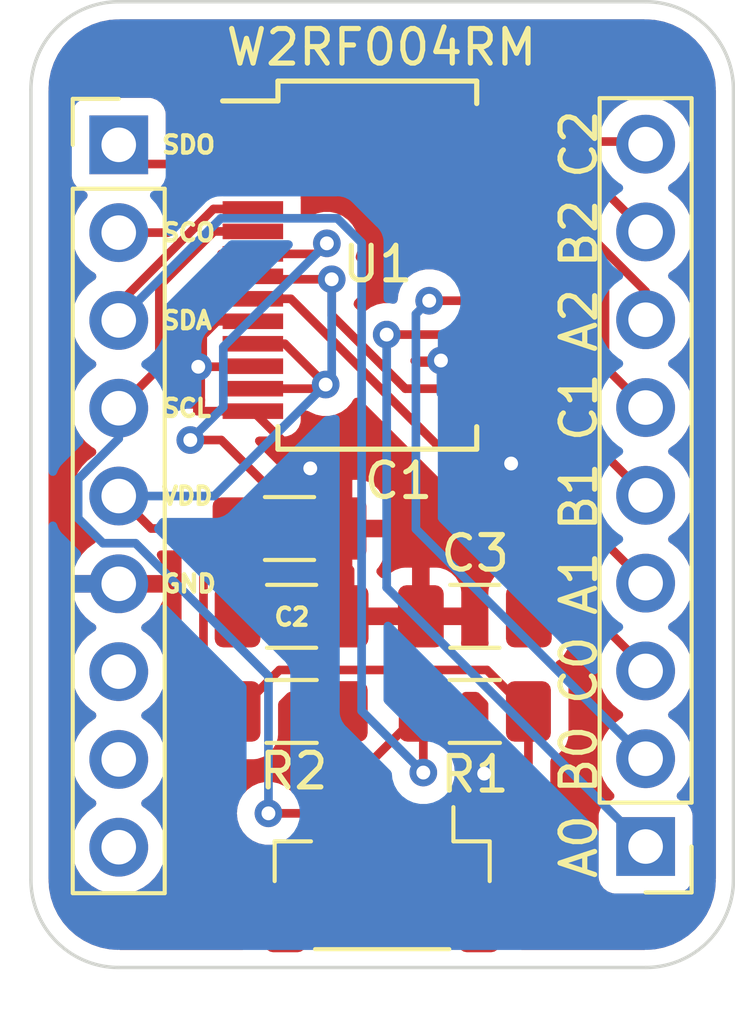
<source format=kicad_pcb>
(kicad_pcb (version 20211014) (generator pcbnew)
  (title_block (title "W2RF004RM Breakout") (date "2022-02-05") (rev "v1") (comment 1 "CC BY 4.0") (comment 2 "https://creativecommons.org/licenses/by/4.0/"))
  (layers (0 "F.Cu" signal) (31 "B.Cu" signal) (34 "B.Paste" user) (35 "F.Paste" user) (36 "B.SilkS" user "B.Silkscreen") (37 "F.SilkS" user "F.Silkscreen") (38 "B.Mask" user) (39 "F.Mask" user) (44 "Edge.Cuts" user))
  (net 0 "")
  (net 1 "+5V")
  (net 2 "GND")
  (net 3 "/~{RST}")
  (net 4 "/CAP")
  (net 5 "/SDA-I")
  (net 6 "/SCL-I")
  (net 7 "/OUTA0")
  (net 8 "/OUTB0")
  (net 9 "/OUTC0")
  (net 10 "/OUTA1")
  (net 11 "/OUTB1")
  (net 12 "/OUTC1")
  (net 13 "/OUTA2")
  (net 14 "/OUTB2")
  (net 15 "/OUTC2")
  (net 16 "/SDA-O")
  (net 17 "/SCL-O")
  (footprint "Capacitor_SMD:C_1206_3216Metric_Pad1.33x1.80mm_HandSolder" (layer "F.Cu") (at 144.7 99.06)
    (fp_text reference "C2" (at 0.01 0.02) (layer "F.SilkS") (effects (font (size 0.5 0.5) (thickness 0.125))))
    (fp_text value "0.1uf")
    (fp_line (start -0.711252 -0.91) (end 0.711252 -0.91) (layer "F.SilkS") (width 0.12))
    (fp_line (start -0.711252 0.91) (end 0.711252 0.91) (layer "F.SilkS") (width 0.12))
    (pad "1" smd roundrect locked (at -1.5625 0) (size 1.325 1.8) (layers "F.Cu" "F.Paste" "F.Mask") (roundrect_rratio 0.1886792453) (net 3 "/~{RST}"))
    (pad "2" smd roundrect locked (at 1.5625 0) (size 1.325 1.8) (layers "F.Cu" "F.Paste" "F.Mask") (roundrect_rratio 0.1886792453) (net 2 "GND"))
  )
  (footprint "Connector_PinHeader_2.54mm:PinHeader_1x09_P2.54mm_Vertical" (layer "F.Cu") (at 139.7 85.42)
    (fp_text reference "J3")
    (fp_text value "Interface")
    (fp_line (start -1.33 1.27) (end -1.33 21.65) (layer "F.SilkS") (width 0.12))
    (fp_line (start -1.33 21.65) (end 1.33 21.65) (layer "F.SilkS") (width 0.12))
    (fp_line (start -1.33 1.27) (end 1.33 1.27) (layer "F.SilkS") (width 0.12))
    (fp_line (start 1.33 1.27) (end 1.33 21.65) (layer "F.SilkS") (width 0.12))
    (fp_line (start -1.33 -1.33) (end 0 -1.33) (layer "F.SilkS") (width 0.12))
    (fp_line (start -1.33 0) (end -1.33 -1.33) (layer "F.SilkS") (width 0.12))
    (pad "1" thru_hole rect locked (at 0 0) (size 1.7 1.7) (drill 1) (layers *.Cu *.Mask) (net 16 "/SDA-O"))
    (pad "2" thru_hole oval locked (at 0 2.54) (size 1.7 1.7) (drill 1) (layers *.Cu *.Mask) (net 17 "/SCL-O"))
    (pad "3" thru_hole oval locked (at 0 5.08) (size 1.7 1.7) (drill 1) (layers *.Cu *.Mask) (net 5 "/SDA-I"))
    (pad "4" thru_hole oval locked (at 0 7.62) (size 1.7 1.7) (drill 1) (layers *.Cu *.Mask) (net 6 "/SCL-I"))
    (pad "5" thru_hole oval locked (at 0 10.16) (size 1.7 1.7) (drill 1) (layers *.Cu *.Mask) (net 1 "+5V"))
    (pad "6" thru_hole oval locked (at 0 12.7) (size 1.7 1.7) (drill 1) (layers *.Cu *.Mask) (net 2 "GND"))
    (pad "7" thru_hole oval locked (at 0 15.24) (size 1.7 1.7) (drill 1) (layers *.Cu *.Mask))
    (pad "8" thru_hole oval locked (at 0 17.78) (size 1.7 1.7) (drill 1) (layers *.Cu *.Mask))
    (pad "9" thru_hole oval locked (at 0 20.32) (size 1.7 1.7) (drill 1) (layers *.Cu *.Mask))
  )
  (footprint "Capacitor_SMD:C_1206_3216Metric_Pad1.33x1.80mm_HandSolder" (layer "F.Cu") (at 150 99.06 180)
    (fp_text reference "C3" (at -0.01 1.82) (layer "F.SilkS"))
    (fp_text value "0.1uf")
    (fp_line (start -0.711252 -0.91) (end 0.711252 -0.91) (layer "F.SilkS") (width 0.12))
    (fp_line (start -0.711252 0.91) (end 0.711252 0.91) (layer "F.SilkS") (width 0.12))
    (pad "1" smd roundrect locked (at -1.5625 0 180) (size 1.325 1.8) (layers "F.Cu" "F.Paste" "F.Mask") (roundrect_rratio 0.1886792453) (net 4 "/CAP"))
    (pad "2" smd roundrect locked (at 1.5625 0 180) (size 1.325 1.8) (layers "F.Cu" "F.Paste" "F.Mask") (roundrect_rratio 0.1886792453) (net 2 "GND"))
  )
  (footprint "Connector_JST:JST_SH_BM04B-SRSS-TB_1x04-1MP_P1.00mm_Vertical" (layer "F.Cu") (at 147.32 106.68 180)
    (fp_text reference "J1")
    (fp_text value "I2c")
    (fp_line (start 3.11 1.11) (end 2.06 1.11) (layer "F.SilkS") (width 0.12))
    (fp_line (start 3.11 -0.04) (end 3.11 1.11) (layer "F.SilkS") (width 0.12))
    (fp_line (start -2.06 1.11) (end -2.06 2.1) (layer "F.SilkS") (width 0.12))
    (fp_line (start -3.11 1.11) (end -2.06 1.11) (layer "F.SilkS") (width 0.12))
    (fp_line (start -3.11 -0.04) (end -3.11 1.11) (layer "F.SilkS") (width 0.12))
    (fp_line (start -1.94 -2.01) (end 1.94 -2.01) (layer "F.SilkS") (width 0.12))
    (pad "1" smd roundrect locked (at -1.5 1.325 180) (size 0.6 1.55) (layers "F.Cu" "F.Paste" "F.Mask") (net 2 "GND"))
    (pad "2" smd roundrect locked (at -0.5 1.325 180) (size 0.6 1.55) (layers "F.Cu" "F.Paste" "F.Mask") (net 1 "+5V"))
    (pad "3" smd roundrect locked (at 0.5 1.325 180) (size 0.6 1.55) (layers "F.Cu" "F.Paste" "F.Mask") (net 5 "/SDA-I"))
    (pad "4" smd roundrect locked (at 1.5 1.325 180) (size 0.6 1.55) (layers "F.Cu" "F.Paste" "F.Mask") (net 6 "/SCL-I"))
    (pad "MP" smd roundrect locked (at 2.8 -1.2 180) (size 1.2 1.8) (layers "F.Cu" "F.Paste" "F.Mask") (roundrect_rratio 0.2083333333))
    (pad "MP" smd roundrect locked (at -2.8 -1.2 180) (size 1.2 1.8) (layers "F.Cu" "F.Paste" "F.Mask") (roundrect_rratio 0.2083333333))
  )
  (footprint "Connector_PinHeader_2.54mm:PinHeader_1x09_P2.54mm_Vertical" (layer "F.Cu") (at 154.94 105.72 180)
    (fp_text reference "J2")
    (fp_text value "LEDs")
    (fp_line (start -1.33 0) (end -1.33 -1.33) (layer "F.SilkS") (width 0.12))
    (fp_line (start -1.33 1.27) (end -1.33 21.65) (layer "F.SilkS") (width 0.12))
    (fp_line (start -1.33 -1.33) (end 0 -1.33) (layer "F.SilkS") (width 0.12))
    (fp_line (start -1.33 21.65) (end 1.33 21.65) (layer "F.SilkS") (width 0.12))
    (fp_line (start 1.33 1.27) (end 1.33 21.65) (layer "F.SilkS") (width 0.12))
    (fp_line (start -1.33 1.27) (end 1.33 1.27) (layer "F.SilkS") (width 0.12))
    (pad "1" thru_hole rect locked (at 0 0 180) (size 1.7 1.7) (drill 1) (layers *.Cu *.Mask) (net 7 "/OUTA0"))
    (pad "2" thru_hole oval locked (at 0 2.54 180) (size 1.7 1.7) (drill 1) (layers *.Cu *.Mask) (net 8 "/OUTB0"))
    (pad "3" thru_hole oval locked (at 0 5.08 180) (size 1.7 1.7) (drill 1) (layers *.Cu *.Mask) (net 9 "/OUTC0"))
    (pad "4" thru_hole oval locked (at 0 7.62 180) (size 1.7 1.7) (drill 1) (layers *.Cu *.Mask) (net 10 "/OUTA1"))
    (pad "5" thru_hole oval locked (at 0 10.16 180) (size 1.7 1.7) (drill 1) (layers *.Cu *.Mask) (net 11 "/OUTB1"))
    (pad "6" thru_hole oval locked (at 0 12.7 180) (size 1.7 1.7) (drill 1) (layers *.Cu *.Mask) (net 12 "/OUTC1"))
    (pad "7" thru_hole oval locked (at 0 15.24 180) (size 1.7 1.7) (drill 1) (layers *.Cu *.Mask) (net 13 "/OUTA2"))
    (pad "8" thru_hole oval locked (at 0 17.78 180) (size 1.7 1.7) (drill 1) (layers *.Cu *.Mask) (net 14 "/OUTB2"))
    (pad "9" thru_hole oval locked (at 0 20.32 180) (size 1.7 1.7) (drill 1) (layers *.Cu *.Mask) (net 15 "/OUTC2"))
  )
  (footprint "Capacitor_SMD:C_1206_3216Metric_Pad1.33x1.80mm_HandSolder" (layer "F.Cu") (at 144.64 96.52)
    (fp_text reference "C1" (at 3.15 -1.38) (layer "F.SilkS"))
    (fp_text value "0.1uf")
    (fp_line (start -0.711252 -0.91) (end 0.711252 -0.91) (layer "F.SilkS") (width 0.12))
    (fp_line (start -0.711252 0.91) (end 0.711252 0.91) (layer "F.SilkS") (width 0.12))
    (pad "1" smd roundrect locked (at -1.5625 0) (size 1.325 1.8) (layers "F.Cu" "F.Paste" "F.Mask") (roundrect_rratio 0.1886792453) (net 1 "+5V"))
    (pad "2" smd roundrect locked (at 1.5625 0) (size 1.325 1.8) (layers "F.Cu" "F.Paste" "F.Mask") (roundrect_rratio 0.1886792453) (net 2 "GND"))
  )
  (footprint "Package_SO:SSOP-28_5.3x10.2mm_P0.65mm" (layer "F.Cu") (at 147.18 88.9)
    (fp_text reference "U1" (at 0.01 -0.03) (layer "F.SilkS"))
    (fp_text value "W2RF004RM" (at 0.12 -6.3) (layer "F.SilkS"))
    (fp_line (start -2.875 5.325) (end -2.875 4.675) (layer "F.SilkS") (width 0.15))
    (fp_line (start -2.875 -4.75) (end -4.475 -4.75) (layer "F.SilkS") (width 0.15))
    (fp_line (start -2.875 -5.325) (end -2.875 -4.75) (layer "F.SilkS") (width 0.15))
    (fp_line (start -2.875 5.325) (end 2.875 5.325) (layer "F.SilkS") (width 0.15))
    (fp_line (start 2.875 5.325) (end 2.875 4.675) (layer "F.SilkS") (width 0.15))
    (fp_line (start 2.875 -5.325) (end 2.875 -4.675) (layer "F.SilkS") (width 0.15))
    (fp_line (start -2.875 -5.325) (end 2.875 -5.325) (layer "F.SilkS") (width 0.15))
    (pad "1" smd rect locked (at -3.6 -4.225) (size 1.75 0.45) (layers "F.Cu" "F.Paste" "F.Mask"))
    (pad "2" smd rect locked (at -3.6 -3.575) (size 1.75 0.45) (layers "F.Cu" "F.Paste" "F.Mask"))
    (pad "3" smd rect locked (at -3.6 -2.925) (size 1.75 0.45) (layers "F.Cu" "F.Paste" "F.Mask") (net 16 "/SDA-O"))
    (pad "4" smd rect locked (at -3.6 -2.275) (size 1.75 0.45) (layers "F.Cu" "F.Paste" "F.Mask") (net 17 "/SCL-O"))
    (pad "5" smd rect locked (at -3.6 -1.625) (size 1.75 0.45) (layers "F.Cu" "F.Paste" "F.Mask") (net 5 "/SDA-I"))
    (pad "6" smd rect locked (at -3.6 -0.975) (size 1.75 0.45) (layers "F.Cu" "F.Paste" "F.Mask") (net 6 "/SCL-I"))
    (pad "7" smd rect locked (at -3.6 -0.325) (size 1.75 0.45) (layers "F.Cu" "F.Paste" "F.Mask") (net 3 "/~{RST}"))
    (pad "8" smd rect locked (at -3.6 0.325) (size 1.75 0.45) (layers "F.Cu" "F.Paste" "F.Mask") (net 1 "+5V"))
    (pad "9" smd rect locked (at -3.6 0.975) (size 1.75 0.45) (layers "F.Cu" "F.Paste" "F.Mask") (net 4 "/CAP"))
    (pad "10" smd rect locked (at -3.6 1.625) (size 1.75 0.45) (layers "F.Cu" "F.Paste" "F.Mask") (net 2 "GND"))
    (pad "11" smd rect locked (at -3.6 2.275) (size 1.75 0.45) (layers "F.Cu" "F.Paste" "F.Mask") (net 1 "+5V"))
    (pad "12" smd rect locked (at -3.6 2.925) (size 1.75 0.45) (layers "F.Cu" "F.Paste" "F.Mask") (net 2 "GND"))
    (pad "13" smd rect locked (at -3.6 3.575) (size 1.75 0.45) (layers "F.Cu" "F.Paste" "F.Mask") (net 1 "+5V"))
    (pad "14" smd rect locked (at -3.6 4.225) (size 1.75 0.45) (layers "F.Cu" "F.Paste" "F.Mask") (net 2 "GND"))
    (pad "15" smd rect locked (at 3.6 4.225) (size 1.75 0.45) (layers "F.Cu" "F.Paste" "F.Mask") (net 1 "+5V"))
    (pad "16" smd rect locked (at 3.6 3.575) (size 1.75 0.45) (layers "F.Cu" "F.Paste" "F.Mask") (net 1 "+5V"))
    (pad "17" smd rect locked (at 3.6 2.925) (size 1.75 0.45) (layers "F.Cu" "F.Paste" "F.Mask") (net 1 "+5V"))
    (pad "18" smd rect locked (at 3.6 2.275) (size 1.75 0.45) (layers "F.Cu" "F.Paste" "F.Mask") (net 2 "GND"))
    (pad "19" smd rect locked (at 3.6 1.625) (size 1.75 0.45) (layers "F.Cu" "F.Paste" "F.Mask") (net 7 "/OUTA0"))
    (pad "20" smd rect locked (at 3.6 0.975) (size 1.75 0.45) (layers "F.Cu" "F.Paste" "F.Mask") (net 8 "/OUTB0"))
    (pad "21" smd rect locked (at 3.6 0.325) (size 1.75 0.45) (layers "F.Cu" "F.Paste" "F.Mask") (net 9 "/OUTC0"))
    (pad "22" smd rect locked (at 3.6 -0.325) (size 1.75 0.45) (layers "F.Cu" "F.Paste" "F.Mask") (net 10 "/OUTA1"))
    (pad "23" smd rect locked (at 3.6 -0.975) (size 1.75 0.45) (layers "F.Cu" "F.Paste" "F.Mask") (net 11 "/OUTB1"))
    (pad "24" smd rect locked (at 3.6 -1.625) (size 1.75 0.45) (layers "F.Cu" "F.Paste" "F.Mask") (net 12 "/OUTC1"))
    (pad "25" smd rect locked (at 3.6 -2.275) (size 1.75 0.45) (layers "F.Cu" "F.Paste" "F.Mask") (net 13 "/OUTA2"))
    (pad "26" smd rect locked (at 3.6 -2.925) (size 1.75 0.45) (layers "F.Cu" "F.Paste" "F.Mask") (net 14 "/OUTB2"))
    (pad "27" smd rect locked (at 3.6 -3.575) (size 1.75 0.45) (layers "F.Cu" "F.Paste" "F.Mask") (net 15 "/OUTC2"))
    (pad "28" smd rect locked (at 3.6 -4.225) (size 1.75 0.45) (layers "F.Cu" "F.Paste" "F.Mask") (net 2 "GND"))
  )
  (footprint "Resistor_SMD:R_1206_3216Metric_Pad1.30x1.75mm_HandSolder" (layer "F.Cu") (at 144.7 101.812)
    (fp_text reference "R2" (at 0.06 1.728) (layer "F.SilkS"))
    (fp_text value "4.7k")
    (fp_line (start -0.727064 0.91) (end 0.727064 0.91) (layer "F.SilkS") (width 0.12))
    (fp_line (start -0.727064 -0.91) (end 0.727064 -0.91) (layer "F.SilkS") (width 0.12))
    (pad "1" smd roundrect locked (at -1.55 0) (size 1.3 1.75) (layers "F.Cu" "F.Paste" "F.Mask") (roundrect_rratio 0.1923076923) (net 1 "+5V"))
    (pad "2" smd roundrect locked (at 1.55 0) (size 1.3 1.75) (layers "F.Cu" "F.Paste" "F.Mask") (roundrect_rratio 0.1923076923) (net 6 "/SCL-I"))
  )
  (footprint "Resistor_SMD:R_1206_3216Metric_Pad1.30x1.75mm_HandSolder" (layer "F.Cu") (at 150 101.812 180)
    (fp_text reference "R1" (at 0 -1.82) (layer "F.SilkS"))
    (fp_text value "4.7k")
    (fp_line (start -0.727064 -0.91) (end 0.727064 -0.91) (layer "F.SilkS") (width 0.12))
    (fp_line (start -0.727064 0.91) (end 0.727064 0.91) (layer "F.SilkS") (width 0.12))
    (pad "1" smd roundrect locked (at -1.55 0 180) (size 1.3 1.75) (layers "F.Cu" "F.Paste" "F.Mask") (roundrect_rratio 0.1923076923) (net 1 "+5V"))
    (pad "2" smd roundrect locked (at 1.55 0 180) (size 1.3 1.75) (layers "F.Cu" "F.Paste" "F.Mask") (roundrect_rratio 0.1923076923) (net 5 "/SDA-I"))
  )
  (gr_line (start 154.94 81.28) (end 139.7 81.28) (layer "Edge.Cuts") (width 0.1))
  (gr_line (start 139.7 109.22) (end 154.94 109.22) (layer "Edge.Cuts") (width 0.1))
  (gr_line (start 137.16 83.82) (end 137.16 106.68) (layer "Edge.Cuts") (width 0.1))
  (gr_arc (start 137.16 83.82) (mid 137.903949 82.023949) (end 139.7 81.28) (layer "Edge.Cuts") (width 0.1))
  (gr_arc (start 139.7 109.22) (mid 137.903949 108.476051) (end 137.16 106.68) (layer "Edge.Cuts") (width 0.1))
  (gr_line (start 157.48 106.68) (end 157.48 83.82) (layer "Edge.Cuts") (width 0.1))
  (gr_arc (start 157.48 106.68) (mid 156.736051 108.476051) (end 154.94 109.22) (layer "Edge.Cuts") (width 0.1))
  (gr_arc (start 154.94 81.28) (mid 156.736051 82.023949) (end 157.48 83.82) (layer "Edge.Cuts") (width 0.1))
  (gr_text "SDO" (at 141.719524 85.42) (layer "F.SilkS") (effects (font (size 0.5 0.5) (thickness 0.125))))
  (gr_text "B1" (at 153.01 95.595712 90) (layer "F.SilkS") (effects (font (size 1 1))))
  (gr_text "C1" (at 153.01 93.01107 90) (layer "F.SilkS") (effects (font (size 1 1))))
  (gr_text "B2" (at 153.01 87.984643 90) (layer "F.SilkS") (effects (font (size 1 1))))
  (gr_text "A2" (at 153.01 90.497856 90) (layer "F.SilkS") (effects (font (size 1 1))))
  (gr_text "SDA" (at 141.671905 90.5) (layer "F.SilkS") (effects (font (size 0.5 0.5) (thickness 0.125))))
  (gr_text "SCO" (at 141.719524 87.96) (layer "F.SilkS") (effects (font (size 0.5 0.5) (thickness 0.125))))
  (gr_text "GND" (at 141.731429 98.12) (layer "F.SilkS") (effects (font (size 0.5 0.5) (thickness 0.125))))
  (gr_text "A1" (at 153.01 98.108925 90) (layer "F.SilkS") (effects (font (size 1 1))))
  (gr_text "VDD" (at 141.683809 95.58) (layer "F.SilkS") (effects (font (size 0.5 0.5) (thickness 0.125))))
  (gr_text "C2" (at 153.01 85.400001 90) (layer "F.SilkS") (effects (font (size 1 1))))
  (gr_text "B0" (at 153.01 103.206781 90) (layer "F.SilkS") (effects (font (size 1 1))))
  (gr_text "C0" (at 153.01 100.622139 90) (layer "F.SilkS") (effects (font (size 1 1))))
  (gr_text "SCL" (at 141.66 93.04) (layer "F.SilkS") (effects (font (size 0.5 0.5) (thickness 0.125))))
  (gr_text "A0" (at 153.01 105.72 90) (layer "F.SilkS") (effects (font (size 1 1))))
  (segment (start 143.665 89.31) (end 143.58 89.225) (width 0.25) (layer "F.Cu") (net 1))
  (segment (start 151.55 101.812) (end 150.35048 100.61248) (width 0.25) (layer "F.Cu") (net 1))
  (segment (start 147.82 105.801072) (end 148.473448 106.45452) (width 0.25) (layer "F.Cu") (net 1))
  (segment (start 151.55 104.071072) (end 151.55 101.812) (width 0.25) (layer "F.Cu") (net 1))
  (segment (start 140.64 96.52) (end 139.7 95.58) (width 0.25) (layer "F.Cu") (net 1))
  (segment (start 150.78 91.825) (end 150.78 92.475) (width 0.25) (layer "F.Cu") (net 1))
  (segment (start 150.78 92.475) (end 150.78 93.125) (width 0.25) (layer "F.Cu") (net 1))
  (segment (start 147.82 105.355) (end 147.82 105.801072) (width 0.25) (layer "F.Cu") (net 1))
  (segment (start 148.473448 106.45452) (end 149.166552 106.45452) (width 0.25) (layer "F.Cu") (net 1))
  (segment (start 150.35048 100.61248) (end 144.34952 100.61248) (width 0.25) (layer "F.Cu") (net 1))
  (segment (start 145.86 89.31) (end 143.665 89.31) (width 0.25) (layer "F.Cu") (net 1))
  (segment (start 144.34952 100.61248) (end 143.15 101.812) (width 0.25) (layer "F.Cu") (net 1))
  (segment (start 145.565 92.475) (end 143.58 92.475) (width 0.25) (layer "F.Cu") (net 1))
  (segment (start 142.15048 96.56952) (end 142.2 96.52) (width 0.25) (layer "F.Cu") (net 1))
  (segment (start 143.0775 96.52) (end 142.2 96.52) (width 0.25) (layer "F.Cu") (net 1))
  (segment (start 144.505 91.175) (end 143.58 91.175) (width 0.25) (layer "F.Cu") (net 1))
  (segment (start 142.2 96.52) (end 140.64 96.52) (width 0.25) (layer "F.Cu") (net 1))
  (segment (start 142.15048 100.81248) (end 142.15048 96.56952) (width 0.25) (layer "F.Cu") (net 1))
  (segment (start 147.990386 92.475) (end 150.78 92.475) (width 0.25) (layer "F.Cu") (net 1))
  (segment (start 145.86 89.31) (end 145.86 90.344614) (width 0.25) (layer "F.Cu") (net 1))
  (segment (start 145.685 92.355) (end 145.565 92.475) (width 0.25) (layer "F.Cu") (net 1))
  (segment (start 145.685 92.355) (end 144.505 91.175) (width 0.25) (layer "F.Cu") (net 1))
  (segment (start 149.166552 106.45452) (end 151.55 104.071072) (width 0.25) (layer "F.Cu") (net 1))
  (segment (start 143.15 101.812) (end 142.15048 100.81248) (width 0.25) (layer "F.Cu") (net 1))
  (segment (start 145.86 90.344614) (end 147.990386 92.475) (width 0.25) (layer "F.Cu") (net 1))
  (via (at 145.685 92.355) (size 0.8) (drill 0.4) (layers "F.Cu" "B.Cu") (net 1))
  (via (at 145.86 89.31) (size 0.8) (drill 0.4) (layers "F.Cu" "B.Cu") (net 1))
  (segment (start 142.46 95.58) (end 145.57 92.47) (width 0.25) (layer "B.Cu") (net 1))
  (segment (start 145.57 92.47) (end 145.685 92.355) (width 0.25) (layer "B.Cu") (net 1))
  (segment (start 139.7 95.58) (end 142.46 95.58) (width 0.25) (layer "B.Cu") (net 1))
  (segment (start 145.86 92.18) (end 145.86 89.31) (width 0.25) (layer "B.Cu") (net 1))
  (segment (start 145.685 92.355) (end 145.86 92.18) (width 0.25) (layer "B.Cu") (net 1))
  (segment (start 149.825489 91.175) (end 150.78 91.175) (width 0.25) (layer "F.Cu") (net 2))
  (segment (start 142 91.84) (end 143.565 91.84) (width 0.25) (layer "F.Cu") (net 2))
  (segment (start 143.58 93.125) (end 141.975 93.125) (width 0.25) (layer "F.Cu") (net 2))
  (segment (start 145.235 94.78) (end 143.58 93.125) (width 0.25) (layer "F.Cu") (net 2))
  (segment (start 142.13 91.71) (end 142.13 90.94) (width 0.25) (layer "F.Cu") (net 2))
  (segment (start 145.24 94.78) (end 145.235 94.78) (width 0.25) (layer "F.Cu") (net 2))
  (segment (start 141.975 91.865) (end 142 91.84) (width 0.25) (layer "F.Cu") (net 2))
  (segment (start 142 91.84) (end 142.13 91.71) (width 0.25) (layer "F.Cu") (net 2))
  (segment (start 149.340489 91.66) (end 149.825489 91.175) (width 0.25) (layer "F.Cu") (net 2))
  (segment (start 142.13 90.94) (end 142.545 90.525) (width 0.25) (layer "F.Cu") (net 2))
  (segment (start 150.27 103.905) (end 148.82 105.355) (width 0.25) (layer "F.Cu") (net 2))
  (segment (start 149.02 91.66) (end 149.340489 91.66) (width 0.25) (layer "F.Cu") (net 2))
  (segment (start 141.975 93.125) (end 141.975 91.865) (width 0.25) (layer "F.Cu") (net 2))
  (segment (start 150.27 103.61) (end 150.27 103.905) (width 0.25) (layer "F.Cu") (net 2))
  (segment (start 142.545 90.525) (end 143.58 90.525) (width 0.25) (layer "F.Cu") (net 2))
  (segment (start 143.565 91.84) (end 143.58 91.825) (width 0.25) (layer "F.Cu") (net 2))
  (via (at 151.05 94.64) (size 0.8) (drill 0.4) (layers "F.Cu" "B.Cu") (net 2))
  (via (at 149.02 91.66) (size 0.8) (drill 0.4) (layers "F.Cu" "B.Cu") (net 2))
  (via (at 150.27 103.61) (size 0.8) (drill 0.4) (layers "F.Cu" "B.Cu") (net 2))
  (via (at 142 91.84) (size 0.8) (drill 0.4) (layers "F.Cu" "B.Cu") (net 2))
  (via (at 145.24 94.78) (size 0.8) (drill 0.4) (layers "F.Cu" "B.Cu") (net 2))
  (segment (start 149.02 91.66) (end 149.02 92.61) (width 0.25) (layer "B.Cu") (net 2))
  (segment (start 149.02 92.61) (end 151.05 94.64) (width 0.25) (layer "B.Cu") (net 2))
  (segment (start 144.06452 98.13298) (end 144.06452 95.358542) (width 0.25) (layer "F.Cu") (net 3))
  (segment (start 144.06452 95.358542) (end 142.665978 93.96) (width 0.25) (layer "F.Cu") (net 3))
  (segment (start 145.415 88.575) (end 143.58 88.575) (width 0.25) (layer "F.Cu") (net 3))
  (segment (start 142.669511 88.575) (end 143.58 88.575) (width 0.25) (layer "F.Cu") (net 3))
  (segment (start 142.665978 93.96) (end 141.77 93.96) (width 0.25) (layer "F.Cu") (net 3))
  (segment (start 143.1375 99.06) (end 144.06452 98.13298) (width 0.25) (layer "F.Cu") (net 3))
  (segment (start 145.72 88.27) (end 145.415 88.575) (width 0.25) (layer "F.Cu") (net 3))
  (via (at 145.72 88.27) (size 0.8) (drill 0.4) (layers "F.Cu" "B.Cu") (net 3))
  (via (at 141.77 93.96) (size 0.8) (drill 0.4) (layers "F.Cu" "B.Cu") (net 3))
  (segment (start 142.724511 93.005489) (end 142.724511 91.265489) (width 0.25) (layer "B.Cu") (net 3))
  (segment (start 142.724511 91.265489) (end 145.72 88.27) (width 0.25) (layer "B.Cu") (net 3))
  (segment (start 141.77 93.96) (end 142.724511 93.005489) (width 0.25) (layer "B.Cu") (net 3))
  (segment (start 145.72 88.27) (end 145.84 88.15) (width 0.25) (layer "B.Cu") (net 3))
  (segment (start 144.679022 89.875) (end 143.58 89.875) (width 0.25) (layer "F.Cu") (net 4))
  (segment (start 151.5625 99.06) (end 151.5625 96.758478) (width 0.25) (layer "F.Cu") (net 4))
  (segment (start 151.5625 96.758478) (end 144.679022 89.875) (width 0.25) (layer "F.Cu") (net 4))
  (segment (start 148.51 101.872) (end 148.45 101.812) (width 0.25) (layer "F.Cu") (net 5))
  (segment (start 143.58 87.275) (end 142.440718 87.275) (width 0.25) (layer "F.Cu") (net 5))
  (segment (start 146.82 103.442) (end 148.45 101.812) (width 0.25) (layer "F.Cu") (net 5))
  (segment (start 148.51 103.58) (end 148.51 101.872) (width 0.25) (layer "F.Cu") (net 5))
  (segment (start 142.440718 87.275) (end 139.7 90.015718) (width 0.25) (layer "F.Cu") (net 5))
  (segment (start 139.7 90.015718) (end 139.7 90.5) (width 0.25) (layer "F.Cu") (net 5))
  (segment (start 146.82 105.355) (end 146.82 103.442) (width 0.25) (layer "F.Cu") (net 5))
  (via (at 148.51 103.58) (size 0.8) (drill 0.4) (layers "F.Cu" "B.Cu") (net 5))
  (segment (start 146.020103 87.545489) (end 146.725489 88.250875) (width 0.25) (layer "B.Cu") (net 5))
  (segment (start 146.725489 101.795489) (end 148.51 103.58) (width 0.25) (layer "B.Cu") (net 5))
  (segment (start 142.654511 87.545489) (end 146.020103 87.545489) (width 0.25) (layer "B.Cu") (net 5))
  (segment (start 148.51 103.58) (end 148.55 103.62) (width 0.25) (layer "B.Cu") (net 5))
  (segment (start 146.725489 88.250875) (end 146.725489 101.795489) (width 0.25) (layer "B.Cu") (net 5))
  (segment (start 139.7 90.5) (end 142.654511 87.545489) (width 0.25) (layer "B.Cu") (net 5))
  (segment (start 145.225 104.76) (end 145.82 105.355) (width 0.25) (layer "F.Cu") (net 6))
  (segment (start 142.455 87.925) (end 140.874511 89.505489) (width 0.25) (layer "F.Cu") (net 6))
  (segment (start 145.82 105.355) (end 145.82 102.242) (width 0.25) (layer "F.Cu") (net 6))
  (segment (start 140.874511 91.865489) (end 139.7 93.04) (width 0.25) (layer "F.Cu") (net 6))
  (segment (start 145.82 102.242) (end 146.25 101.812) (width 0.25) (layer "F.Cu") (net 6))
  (segment (start 140.874511 89.505489) (end 140.874511 91.865489) (width 0.25) (layer "F.Cu") (net 6))
  (segment (start 144.03 104.76) (end 145.225 104.76) (width 0.25) (layer "F.Cu") (net 6))
  (segment (start 143.58 87.925) (end 142.455 87.925) (width 0.25) (layer "F.Cu") (net 6))
  (via (at 144.03 104.76) (size 0.8) (drill 0.4) (layers "F.Cu" "B.Cu") (net 6))
  (segment (start 138.525489 96.225489) (end 139.245489 96.945489) (width 0.25) (layer "B.Cu") (net 6))
  (segment (start 138.525489 95.093501) (end 138.525489 96.225489) (width 0.25) (layer "B.Cu") (net 6))
  (segment (start 139.245489 96.945489) (end 140.186499 96.945489) (width 0.25) (layer "B.Cu") (net 6))
  (segment (start 139.7 93.91899) (end 138.525489 95.093501) (width 0.25) (layer "B.Cu") (net 6))
  (segment (start 139.7 93.04) (end 139.7 93.91899) (width 0.25) (layer "B.Cu") (net 6))
  (segment (start 140.186499 96.945489) (end 144.03 100.78899) (width 0.25) (layer "B.Cu") (net 6))
  (segment (start 144.03 100.78899) (end 144.03 104.76) (width 0.25) (layer "B.Cu") (net 6))
  (segment (start 147.45 90.91) (end 149.415489 90.91) (width 0.25) (layer "F.Cu") (net 7))
  (segment (start 149.415489 90.91) (end 149.800489 90.525) (width 0.25) (layer "F.Cu") (net 7))
  (segment (start 149.800489 90.525) (end 150.78 90.525) (width 0.25) (layer "F.Cu") (net 7))
  (via (at 147.45 90.91) (size 0.8) (drill 0.4) (layers "F.Cu" "B.Cu") (net 7))
  (segment (start 147.45 98.23) (end 147.45 90.91) (width 0.25) (layer "B.Cu") (net 7))
  (segment (start 154.94 105.72) (end 147.45 98.23) (width 0.25) (layer "B.Cu") (net 7))
  (segment (start 148.68 89.93) (end 150.725 89.93) (width 0.25) (layer "F.Cu") (net 8))
  (segment (start 150.725 89.93) (end 150.78 89.875) (width 0.25) (layer "F.Cu") (net 8))
  (via (at 148.68 89.93) (size 0.8) (drill 0.4) (layers "F.Cu" "B.Cu") (net 8))
  (segment (start 148.295489 90.314511) (end 148.68 89.93) (width 0.25) (layer "B.Cu") (net 8))
  (segment (start 154.94 103.18) (end 148.295489 96.535489) (width 0.25) (layer "B.Cu") (net 8))
  (segment (start 148.295489 96.535489) (end 148.295489 90.314511) (width 0.25) (layer "B.Cu") (net 8))
  (segment (start 152.39 89.735978) (end 152.39 98.012507) (width 0.25) (layer "F.Cu") (net 9))
  (segment (start 152.39 98.012507) (end 154.94 100.562507) (width 0.25) (layer "F.Cu") (net 9))
  (segment (start 150.78 89.225) (end 151.879022 89.225) (width 0.25) (layer "F.Cu") (net 9))
  (segment (start 154.94 100.562507) (end 154.94 100.64) (width 0.25) (layer "F.Cu") (net 9))
  (segment (start 151.879022 89.225) (end 152.39 89.735978) (width 0.25) (layer "F.Cu") (net 9))
  (segment (start 150.78 88.575) (end 151.879022 88.575) (width 0.25) (layer "F.Cu") (net 10))
  (segment (start 151.879022 88.575) (end 152.866449 89.562427) (width 0.25) (layer "F.Cu") (net 10))
  (segment (start 152.866449 89.562427) (end 152.866449 96.026449) (width 0.25) (layer "F.Cu") (net 10))
  (segment (start 152.866449 96.026449) (end 154.94 98.1) (width 0.25) (layer "F.Cu") (net 10))
  (segment (start 153.315969 89.361947) (end 153.315969 93.935969) (width 0.25) (layer "F.Cu") (net 11))
  (segment (start 151.879022 87.925) (end 153.315969 89.361947) (width 0.25) (layer "F.Cu") (net 11))
  (segment (start 150.78 87.925) (end 151.879022 87.925) (width 0.25) (layer "F.Cu") (net 11))
  (segment (start 153.315969 93.935969) (end 154.94 95.56) (width 0.25) (layer "F.Cu") (net 11))
  (segment (start 151.879022 87.275) (end 153.765489 89.161467) (width 0.25) (layer "F.Cu") (net 12))
  (segment (start 150.78 87.275) (end 151.879022 87.275) (width 0.25) (layer "F.Cu") (net 12))
  (segment (start 153.765489 89.161467) (end 153.765489 91.845489) (width 0.25) (layer "F.Cu") (net 12))
  (segment (start 153.765489 91.845489) (end 154.94 93.02) (width 0.25) (layer "F.Cu") (net 12))
  (segment (start 150.78 86.625) (end 151.905 86.625) (width 0.25) (layer "F.Cu") (net 13))
  (segment (start 151.905 86.625) (end 154.94 89.66) (width 0.25) (layer "F.Cu") (net 13))
  (segment (start 154.94 89.66) (end 154.94 90.48) (width 0.25) (layer "F.Cu") (net 13))
  (segment (start 150.78 85.975) (end 152.975 85.975) (width 0.25) (layer "F.Cu") (net 14))
  (segment (start 152.975 85.975) (end 154.94 87.94) (width 0.25) (layer "F.Cu") (net 14))
  (segment (start 154.865 85.325) (end 154.94 85.4) (width 0.25) (layer "F.Cu") (net 15))
  (segment (start 150.78 85.325) (end 154.865 85.325) (width 0.25) (layer "F.Cu") (net 15))
  (segment (start 140.255 85.975) (end 139.7 85.42) (width 0.25) (layer "F.Cu") (net 16))
  (segment (start 143.58 85.975) (end 140.255 85.975) (width 0.25) (layer "F.Cu") (net 16))
  (segment (start 142.455 86.625) (end 141.12 87.96) (width 0.25) (layer "F.Cu") (net 17))
  (segment (start 143.58 86.625) (end 142.455 86.625) (width 0.25) (layer "F.Cu") (net 17))
  (segment (start 141.12 87.96) (end 139.7 87.96) (width 0.25) (layer "F.Cu") (net 17))
  (zone (net 2) (net_name "GND") (layer "F.Cu") (connect_pads (clearance 0.508)) (min_thickness 0.254) (fill yes (thermal_gap 0.508) (thermal_bridge_width 0.508))
    (polygon (pts (xy 157.48 109.22) (xy 137.16 109.22) (xy 137.16 81.28) (xy 157.48 81.28)))
  )
  (zone (net 2) (net_name "GND") (layer "B.Cu") (connect_pads (clearance 0.508)) (min_thickness 0.254) (fill yes (thermal_gap 0.508) (thermal_bridge_width 0.508))
    (polygon (pts (xy 157.48 109.22) (xy 137.16 109.22) (xy 137.16 81.28) (xy 157.48 81.28)))
  )
)
</source>
